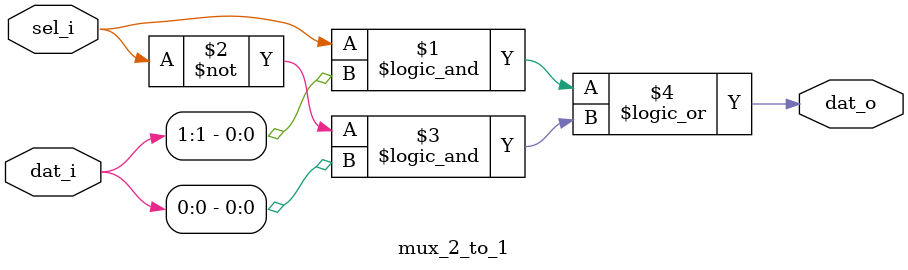
<source format=v>
module mux_2_to_1
  (
    input sel_i,
    input [1:0] dat_i,
    output dat_o
  );
  assign dat_o = sel_i && dat_i[1] || ~sel_i && dat_i[0];
endmodule
</source>
